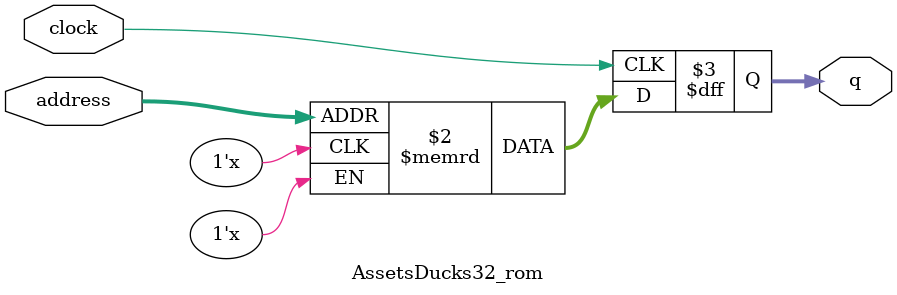
<source format=sv>
module AssetsDucks32_rom (
	input logic clock,
	input logic [11:0] address,
	output logic [3:0] q
);

logic [3:0] memory [0:4095] /* synthesis ram_init_file = "./AssetsDucks32/AssetsDucks32.mif" */;

always_ff @ (posedge clock) begin
	q <= memory[address];
end

endmodule

</source>
